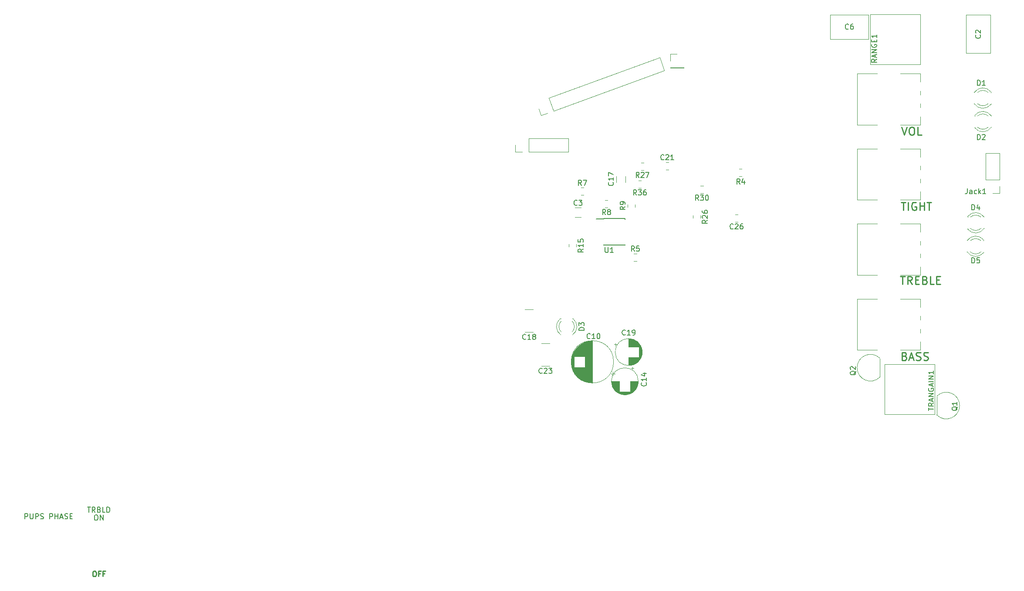
<source format=gbr>
G04 #@! TF.GenerationSoftware,KiCad,Pcbnew,(5.0.0)*
G04 #@! TF.CreationDate,2018-10-11T16:46:39-05:00*
G04 #@! TF.ProjectId,FinalDistCircuit,46696E616C4469737443697263756974,rev?*
G04 #@! TF.SameCoordinates,Original*
G04 #@! TF.FileFunction,Legend,Top*
G04 #@! TF.FilePolarity,Positive*
%FSLAX46Y46*%
G04 Gerber Fmt 4.6, Leading zero omitted, Abs format (unit mm)*
G04 Created by KiCad (PCBNEW (5.0.0)) date 10/11/18 16:46:39*
%MOMM*%
%LPD*%
G01*
G04 APERTURE LIST*
%ADD10C,0.203200*%
%ADD11C,0.228600*%
%ADD12C,0.120000*%
%ADD13C,0.150000*%
G04 APERTURE END LIST*
D10*
X61824809Y-123649619D02*
X61824809Y-122633619D01*
X62211857Y-122633619D01*
X62308619Y-122682000D01*
X62357000Y-122730380D01*
X62405380Y-122827142D01*
X62405380Y-122972285D01*
X62357000Y-123069047D01*
X62308619Y-123117428D01*
X62211857Y-123165809D01*
X61824809Y-123165809D01*
X62840809Y-122633619D02*
X62840809Y-123456095D01*
X62889190Y-123552857D01*
X62937571Y-123601238D01*
X63034333Y-123649619D01*
X63227857Y-123649619D01*
X63324619Y-123601238D01*
X63373000Y-123552857D01*
X63421380Y-123456095D01*
X63421380Y-122633619D01*
X63905190Y-123649619D02*
X63905190Y-122633619D01*
X64292238Y-122633619D01*
X64389000Y-122682000D01*
X64437380Y-122730380D01*
X64485761Y-122827142D01*
X64485761Y-122972285D01*
X64437380Y-123069047D01*
X64389000Y-123117428D01*
X64292238Y-123165809D01*
X63905190Y-123165809D01*
X64872809Y-123601238D02*
X65017952Y-123649619D01*
X65259857Y-123649619D01*
X65356619Y-123601238D01*
X65405000Y-123552857D01*
X65453380Y-123456095D01*
X65453380Y-123359333D01*
X65405000Y-123262571D01*
X65356619Y-123214190D01*
X65259857Y-123165809D01*
X65066333Y-123117428D01*
X64969571Y-123069047D01*
X64921190Y-123020666D01*
X64872809Y-122923904D01*
X64872809Y-122827142D01*
X64921190Y-122730380D01*
X64969571Y-122682000D01*
X65066333Y-122633619D01*
X65308238Y-122633619D01*
X65453380Y-122682000D01*
X66662904Y-123649619D02*
X66662904Y-122633619D01*
X67049952Y-122633619D01*
X67146714Y-122682000D01*
X67195095Y-122730380D01*
X67243476Y-122827142D01*
X67243476Y-122972285D01*
X67195095Y-123069047D01*
X67146714Y-123117428D01*
X67049952Y-123165809D01*
X66662904Y-123165809D01*
X67678904Y-123649619D02*
X67678904Y-122633619D01*
X67678904Y-123117428D02*
X68259476Y-123117428D01*
X68259476Y-123649619D02*
X68259476Y-122633619D01*
X68694904Y-123359333D02*
X69178714Y-123359333D01*
X68598142Y-123649619D02*
X68936809Y-122633619D01*
X69275476Y-123649619D01*
X69565761Y-123601238D02*
X69710904Y-123649619D01*
X69952809Y-123649619D01*
X70049571Y-123601238D01*
X70097952Y-123552857D01*
X70146333Y-123456095D01*
X70146333Y-123359333D01*
X70097952Y-123262571D01*
X70049571Y-123214190D01*
X69952809Y-123165809D01*
X69759285Y-123117428D01*
X69662523Y-123069047D01*
X69614142Y-123020666D01*
X69565761Y-122923904D01*
X69565761Y-122827142D01*
X69614142Y-122730380D01*
X69662523Y-122682000D01*
X69759285Y-122633619D01*
X70001190Y-122633619D01*
X70146333Y-122682000D01*
X70581761Y-123117428D02*
X70920428Y-123117428D01*
X71065571Y-123649619D02*
X70581761Y-123649619D01*
X70581761Y-122633619D01*
X71065571Y-122633619D01*
D11*
X75232380Y-133809619D02*
X75425904Y-133809619D01*
X75522666Y-133858000D01*
X75619428Y-133954761D01*
X75667809Y-134148285D01*
X75667809Y-134486952D01*
X75619428Y-134680476D01*
X75522666Y-134777238D01*
X75425904Y-134825619D01*
X75232380Y-134825619D01*
X75135619Y-134777238D01*
X75038857Y-134680476D01*
X74990476Y-134486952D01*
X74990476Y-134148285D01*
X75038857Y-133954761D01*
X75135619Y-133858000D01*
X75232380Y-133809619D01*
X76441904Y-134293428D02*
X76103238Y-134293428D01*
X76103238Y-134825619D02*
X76103238Y-133809619D01*
X76587047Y-133809619D01*
X77312761Y-134293428D02*
X76974095Y-134293428D01*
X76974095Y-134825619D02*
X76974095Y-133809619D01*
X77457904Y-133809619D01*
D10*
X75571047Y-122887619D02*
X75764571Y-122887619D01*
X75861333Y-122936000D01*
X75958095Y-123032761D01*
X76006476Y-123226285D01*
X76006476Y-123564952D01*
X75958095Y-123758476D01*
X75861333Y-123855238D01*
X75764571Y-123903619D01*
X75571047Y-123903619D01*
X75474285Y-123855238D01*
X75377523Y-123758476D01*
X75329142Y-123564952D01*
X75329142Y-123226285D01*
X75377523Y-123032761D01*
X75474285Y-122936000D01*
X75571047Y-122887619D01*
X76441904Y-123903619D02*
X76441904Y-122887619D01*
X77022476Y-123903619D01*
X77022476Y-122887619D01*
X73974476Y-121363619D02*
X74555047Y-121363619D01*
X74264761Y-122379619D02*
X74264761Y-121363619D01*
X75474285Y-122379619D02*
X75135619Y-121895809D01*
X74893714Y-122379619D02*
X74893714Y-121363619D01*
X75280761Y-121363619D01*
X75377523Y-121412000D01*
X75425904Y-121460380D01*
X75474285Y-121557142D01*
X75474285Y-121702285D01*
X75425904Y-121799047D01*
X75377523Y-121847428D01*
X75280761Y-121895809D01*
X74893714Y-121895809D01*
X76248380Y-121847428D02*
X76393523Y-121895809D01*
X76441904Y-121944190D01*
X76490285Y-122040952D01*
X76490285Y-122186095D01*
X76441904Y-122282857D01*
X76393523Y-122331238D01*
X76296761Y-122379619D01*
X75909714Y-122379619D01*
X75909714Y-121363619D01*
X76248380Y-121363619D01*
X76345142Y-121412000D01*
X76393523Y-121460380D01*
X76441904Y-121557142D01*
X76441904Y-121653904D01*
X76393523Y-121750666D01*
X76345142Y-121799047D01*
X76248380Y-121847428D01*
X75909714Y-121847428D01*
X77409523Y-122379619D02*
X76925714Y-122379619D01*
X76925714Y-121363619D01*
X77748190Y-122379619D02*
X77748190Y-121363619D01*
X77990095Y-121363619D01*
X78135238Y-121412000D01*
X78232000Y-121508761D01*
X78280380Y-121605523D01*
X78328761Y-121799047D01*
X78328761Y-121944190D01*
X78280380Y-122137714D01*
X78232000Y-122234476D01*
X78135238Y-122331238D01*
X77990095Y-122379619D01*
X77748190Y-122379619D01*
D12*
G04 #@! TO.C,BASS*
X223608000Y-90782000D02*
X223608000Y-80842000D01*
X235848000Y-82442000D02*
X235848000Y-80842000D01*
X235848000Y-84941000D02*
X235848000Y-84182000D01*
X235848000Y-87441000D02*
X235848000Y-86682000D01*
X235848000Y-90782000D02*
X235848000Y-89183000D01*
X227473000Y-80842000D02*
X223608000Y-80842000D01*
X235848000Y-80842000D02*
X231983000Y-80842000D01*
X227473000Y-90782000D02*
X223608000Y-90782000D01*
X235848000Y-90782000D02*
X231983000Y-90782000D01*
G04 #@! TO.C,C10*
X176245000Y-93091000D02*
G75*
G03X176245000Y-93091000I-4120000J0D01*
G01*
X172125000Y-97171000D02*
X172125000Y-89011000D01*
X172085000Y-97171000D02*
X172085000Y-89011000D01*
X172045000Y-97171000D02*
X172045000Y-89011000D01*
X172005000Y-97170000D02*
X172005000Y-89012000D01*
X171965000Y-97168000D02*
X171965000Y-89014000D01*
X171925000Y-97167000D02*
X171925000Y-89015000D01*
X171885000Y-97165000D02*
X171885000Y-89017000D01*
X171845000Y-97162000D02*
X171845000Y-89020000D01*
X171805000Y-97159000D02*
X171805000Y-89023000D01*
X171765000Y-97156000D02*
X171765000Y-89026000D01*
X171725000Y-97152000D02*
X171725000Y-89030000D01*
X171685000Y-97148000D02*
X171685000Y-89034000D01*
X171645000Y-97143000D02*
X171645000Y-89039000D01*
X171605000Y-97139000D02*
X171605000Y-89043000D01*
X171565000Y-97133000D02*
X171565000Y-89049000D01*
X171525000Y-97128000D02*
X171525000Y-89054000D01*
X171485000Y-97121000D02*
X171485000Y-89061000D01*
X171445000Y-97115000D02*
X171445000Y-89067000D01*
X171404000Y-97108000D02*
X171404000Y-89074000D01*
X171364000Y-97101000D02*
X171364000Y-89081000D01*
X171324000Y-97093000D02*
X171324000Y-89089000D01*
X171284000Y-97085000D02*
X171284000Y-89097000D01*
X171244000Y-97076000D02*
X171244000Y-89106000D01*
X171204000Y-97067000D02*
X171204000Y-89115000D01*
X171164000Y-97058000D02*
X171164000Y-89124000D01*
X171124000Y-97048000D02*
X171124000Y-89134000D01*
X171084000Y-97038000D02*
X171084000Y-89144000D01*
X171044000Y-97027000D02*
X171044000Y-89155000D01*
X171004000Y-97016000D02*
X171004000Y-89166000D01*
X170964000Y-97005000D02*
X170964000Y-89177000D01*
X170924000Y-96993000D02*
X170924000Y-89189000D01*
X170884000Y-96980000D02*
X170884000Y-89202000D01*
X170844000Y-96968000D02*
X170844000Y-89214000D01*
X170804000Y-96954000D02*
X170804000Y-89228000D01*
X170764000Y-96941000D02*
X170764000Y-89241000D01*
X170724000Y-96926000D02*
X170724000Y-89256000D01*
X170684000Y-96912000D02*
X170684000Y-89270000D01*
X170644000Y-96896000D02*
X170644000Y-94131000D01*
X170644000Y-92051000D02*
X170644000Y-89286000D01*
X170604000Y-96881000D02*
X170604000Y-94131000D01*
X170604000Y-92051000D02*
X170604000Y-89301000D01*
X170564000Y-96865000D02*
X170564000Y-94131000D01*
X170564000Y-92051000D02*
X170564000Y-89317000D01*
X170524000Y-96848000D02*
X170524000Y-94131000D01*
X170524000Y-92051000D02*
X170524000Y-89334000D01*
X170484000Y-96831000D02*
X170484000Y-94131000D01*
X170484000Y-92051000D02*
X170484000Y-89351000D01*
X170444000Y-96813000D02*
X170444000Y-94131000D01*
X170444000Y-92051000D02*
X170444000Y-89369000D01*
X170404000Y-96795000D02*
X170404000Y-94131000D01*
X170404000Y-92051000D02*
X170404000Y-89387000D01*
X170364000Y-96777000D02*
X170364000Y-94131000D01*
X170364000Y-92051000D02*
X170364000Y-89405000D01*
X170324000Y-96757000D02*
X170324000Y-94131000D01*
X170324000Y-92051000D02*
X170324000Y-89425000D01*
X170284000Y-96738000D02*
X170284000Y-94131000D01*
X170284000Y-92051000D02*
X170284000Y-89444000D01*
X170244000Y-96718000D02*
X170244000Y-94131000D01*
X170244000Y-92051000D02*
X170244000Y-89464000D01*
X170204000Y-96697000D02*
X170204000Y-94131000D01*
X170204000Y-92051000D02*
X170204000Y-89485000D01*
X170164000Y-96675000D02*
X170164000Y-94131000D01*
X170164000Y-92051000D02*
X170164000Y-89507000D01*
X170124000Y-96653000D02*
X170124000Y-94131000D01*
X170124000Y-92051000D02*
X170124000Y-89529000D01*
X170084000Y-96631000D02*
X170084000Y-94131000D01*
X170084000Y-92051000D02*
X170084000Y-89551000D01*
X170044000Y-96608000D02*
X170044000Y-94131000D01*
X170044000Y-92051000D02*
X170044000Y-89574000D01*
X170004000Y-96584000D02*
X170004000Y-94131000D01*
X170004000Y-92051000D02*
X170004000Y-89598000D01*
X169964000Y-96560000D02*
X169964000Y-94131000D01*
X169964000Y-92051000D02*
X169964000Y-89622000D01*
X169924000Y-96535000D02*
X169924000Y-94131000D01*
X169924000Y-92051000D02*
X169924000Y-89647000D01*
X169884000Y-96509000D02*
X169884000Y-94131000D01*
X169884000Y-92051000D02*
X169884000Y-89673000D01*
X169844000Y-96483000D02*
X169844000Y-94131000D01*
X169844000Y-92051000D02*
X169844000Y-89699000D01*
X169804000Y-96456000D02*
X169804000Y-94131000D01*
X169804000Y-92051000D02*
X169804000Y-89726000D01*
X169764000Y-96429000D02*
X169764000Y-94131000D01*
X169764000Y-92051000D02*
X169764000Y-89753000D01*
X169724000Y-96400000D02*
X169724000Y-94131000D01*
X169724000Y-92051000D02*
X169724000Y-89782000D01*
X169684000Y-96371000D02*
X169684000Y-94131000D01*
X169684000Y-92051000D02*
X169684000Y-89811000D01*
X169644000Y-96341000D02*
X169644000Y-94131000D01*
X169644000Y-92051000D02*
X169644000Y-89841000D01*
X169604000Y-96311000D02*
X169604000Y-94131000D01*
X169604000Y-92051000D02*
X169604000Y-89871000D01*
X169564000Y-96280000D02*
X169564000Y-94131000D01*
X169564000Y-92051000D02*
X169564000Y-89902000D01*
X169524000Y-96247000D02*
X169524000Y-94131000D01*
X169524000Y-92051000D02*
X169524000Y-89935000D01*
X169484000Y-96215000D02*
X169484000Y-94131000D01*
X169484000Y-92051000D02*
X169484000Y-89967000D01*
X169444000Y-96181000D02*
X169444000Y-94131000D01*
X169444000Y-92051000D02*
X169444000Y-90001000D01*
X169404000Y-96146000D02*
X169404000Y-94131000D01*
X169404000Y-92051000D02*
X169404000Y-90036000D01*
X169364000Y-96110000D02*
X169364000Y-94131000D01*
X169364000Y-92051000D02*
X169364000Y-90072000D01*
X169324000Y-96074000D02*
X169324000Y-94131000D01*
X169324000Y-92051000D02*
X169324000Y-90108000D01*
X169284000Y-96036000D02*
X169284000Y-94131000D01*
X169284000Y-92051000D02*
X169284000Y-90146000D01*
X169244000Y-95998000D02*
X169244000Y-94131000D01*
X169244000Y-92051000D02*
X169244000Y-90184000D01*
X169204000Y-95958000D02*
X169204000Y-94131000D01*
X169204000Y-92051000D02*
X169204000Y-90224000D01*
X169164000Y-95917000D02*
X169164000Y-94131000D01*
X169164000Y-92051000D02*
X169164000Y-90265000D01*
X169124000Y-95875000D02*
X169124000Y-94131000D01*
X169124000Y-92051000D02*
X169124000Y-90307000D01*
X169084000Y-95832000D02*
X169084000Y-94131000D01*
X169084000Y-92051000D02*
X169084000Y-90350000D01*
X169044000Y-95788000D02*
X169044000Y-94131000D01*
X169044000Y-92051000D02*
X169044000Y-90394000D01*
X169004000Y-95742000D02*
X169004000Y-94131000D01*
X169004000Y-92051000D02*
X169004000Y-90440000D01*
X168964000Y-95695000D02*
X168964000Y-94131000D01*
X168964000Y-92051000D02*
X168964000Y-90487000D01*
X168924000Y-95647000D02*
X168924000Y-94131000D01*
X168924000Y-92051000D02*
X168924000Y-90535000D01*
X168884000Y-95596000D02*
X168884000Y-94131000D01*
X168884000Y-92051000D02*
X168884000Y-90586000D01*
X168844000Y-95545000D02*
X168844000Y-94131000D01*
X168844000Y-92051000D02*
X168844000Y-90637000D01*
X168804000Y-95491000D02*
X168804000Y-94131000D01*
X168804000Y-92051000D02*
X168804000Y-90691000D01*
X168764000Y-95436000D02*
X168764000Y-94131000D01*
X168764000Y-92051000D02*
X168764000Y-90746000D01*
X168724000Y-95378000D02*
X168724000Y-94131000D01*
X168724000Y-92051000D02*
X168724000Y-90804000D01*
X168684000Y-95319000D02*
X168684000Y-94131000D01*
X168684000Y-92051000D02*
X168684000Y-90863000D01*
X168644000Y-95257000D02*
X168644000Y-94131000D01*
X168644000Y-92051000D02*
X168644000Y-90925000D01*
X168604000Y-95193000D02*
X168604000Y-94131000D01*
X168604000Y-92051000D02*
X168604000Y-90989000D01*
X168564000Y-95125000D02*
X168564000Y-91057000D01*
X168524000Y-95055000D02*
X168524000Y-91127000D01*
X168484000Y-94981000D02*
X168484000Y-91201000D01*
X168444000Y-94904000D02*
X168444000Y-91278000D01*
X168404000Y-94822000D02*
X168404000Y-91360000D01*
X168364000Y-94736000D02*
X168364000Y-91446000D01*
X168324000Y-94643000D02*
X168324000Y-91539000D01*
X168284000Y-94544000D02*
X168284000Y-91638000D01*
X168244000Y-94437000D02*
X168244000Y-91745000D01*
X168204000Y-94320000D02*
X168204000Y-91862000D01*
X168164000Y-94189000D02*
X168164000Y-91993000D01*
X168124000Y-94039000D02*
X168124000Y-92143000D01*
X168084000Y-93859000D02*
X168084000Y-92323000D01*
X168044000Y-93624000D02*
X168044000Y-92558000D01*
X176534698Y-95406000D02*
X175734698Y-95406000D01*
X176134698Y-95806000D02*
X176134698Y-95006000D01*
G04 #@! TO.C,Jack1*
X251266000Y-60258000D02*
X249936000Y-60258000D01*
X251266000Y-58928000D02*
X251266000Y-60258000D01*
X251266000Y-57658000D02*
X248606000Y-57658000D01*
X248606000Y-57658000D02*
X248606000Y-52518000D01*
X251266000Y-57658000D02*
X251266000Y-52518000D01*
X251266000Y-52518000D02*
X248606000Y-52518000D01*
G04 #@! TO.C,PickupInputs1*
X162146096Y-45138678D02*
X161691209Y-43888887D01*
X163395887Y-44683791D02*
X162146096Y-45138678D01*
X164589296Y-44249426D02*
X163679523Y-41749843D01*
X163679523Y-41749843D02*
X185217279Y-33910741D01*
X164589296Y-44249426D02*
X186127051Y-36410324D01*
X186127051Y-36410324D02*
X185217279Y-33910741D01*
G04 #@! TO.C,TRANGAIN1*
X238692000Y-93525000D02*
X238692000Y-103295000D01*
X228922000Y-93525000D02*
X228922000Y-103295000D01*
X238692000Y-93525000D02*
X228922000Y-93525000D01*
X238692000Y-103295000D02*
X228922000Y-103295000D01*
G04 #@! TO.C,3WaySwitch1*
X157166000Y-52257000D02*
X157166000Y-50927000D01*
X158496000Y-52257000D02*
X157166000Y-52257000D01*
X159766000Y-52257000D02*
X159766000Y-49597000D01*
X159766000Y-49597000D02*
X167446000Y-49597000D01*
X159766000Y-52257000D02*
X167446000Y-52257000D01*
X167446000Y-52257000D02*
X167446000Y-49597000D01*
G04 #@! TO.C,C2*
X249512000Y-25577000D02*
X249512000Y-33017000D01*
X244772000Y-25577000D02*
X244772000Y-33017000D01*
X249512000Y-25577000D02*
X244772000Y-25577000D01*
X249512000Y-33017000D02*
X244772000Y-33017000D01*
G04 #@! TO.C,C3*
X168725436Y-63098000D02*
X169929564Y-63098000D01*
X168725436Y-64918000D02*
X169929564Y-64918000D01*
G04 #@! TO.C,C6*
X225803000Y-25570000D02*
X225803000Y-30310000D01*
X218363000Y-25570000D02*
X218363000Y-30310000D01*
X218363000Y-30310000D02*
X225803000Y-30310000D01*
X218363000Y-25570000D02*
X225803000Y-25570000D01*
G04 #@! TO.C,C14*
X181055000Y-96885000D02*
G75*
G03X181055000Y-96885000I-2620000J0D01*
G01*
X177395000Y-96885000D02*
X175855000Y-96885000D01*
X181015000Y-96885000D02*
X179475000Y-96885000D01*
X177395000Y-96925000D02*
X175855000Y-96925000D01*
X181015000Y-96925000D02*
X179475000Y-96925000D01*
X181014000Y-96965000D02*
X179475000Y-96965000D01*
X177395000Y-96965000D02*
X175856000Y-96965000D01*
X181013000Y-97005000D02*
X179475000Y-97005000D01*
X177395000Y-97005000D02*
X175857000Y-97005000D01*
X181011000Y-97045000D02*
X179475000Y-97045000D01*
X177395000Y-97045000D02*
X175859000Y-97045000D01*
X181008000Y-97085000D02*
X179475000Y-97085000D01*
X177395000Y-97085000D02*
X175862000Y-97085000D01*
X181004000Y-97125000D02*
X179475000Y-97125000D01*
X177395000Y-97125000D02*
X175866000Y-97125000D01*
X181000000Y-97165000D02*
X179475000Y-97165000D01*
X177395000Y-97165000D02*
X175870000Y-97165000D01*
X180996000Y-97205000D02*
X179475000Y-97205000D01*
X177395000Y-97205000D02*
X175874000Y-97205000D01*
X180991000Y-97245000D02*
X179475000Y-97245000D01*
X177395000Y-97245000D02*
X175879000Y-97245000D01*
X180985000Y-97285000D02*
X179475000Y-97285000D01*
X177395000Y-97285000D02*
X175885000Y-97285000D01*
X180978000Y-97325000D02*
X179475000Y-97325000D01*
X177395000Y-97325000D02*
X175892000Y-97325000D01*
X180971000Y-97365000D02*
X179475000Y-97365000D01*
X177395000Y-97365000D02*
X175899000Y-97365000D01*
X180963000Y-97405000D02*
X179475000Y-97405000D01*
X177395000Y-97405000D02*
X175907000Y-97405000D01*
X180955000Y-97445000D02*
X179475000Y-97445000D01*
X177395000Y-97445000D02*
X175915000Y-97445000D01*
X180946000Y-97485000D02*
X179475000Y-97485000D01*
X177395000Y-97485000D02*
X175924000Y-97485000D01*
X180936000Y-97525000D02*
X179475000Y-97525000D01*
X177395000Y-97525000D02*
X175934000Y-97525000D01*
X180926000Y-97565000D02*
X179475000Y-97565000D01*
X177395000Y-97565000D02*
X175944000Y-97565000D01*
X180915000Y-97606000D02*
X179475000Y-97606000D01*
X177395000Y-97606000D02*
X175955000Y-97606000D01*
X180903000Y-97646000D02*
X179475000Y-97646000D01*
X177395000Y-97646000D02*
X175967000Y-97646000D01*
X180890000Y-97686000D02*
X179475000Y-97686000D01*
X177395000Y-97686000D02*
X175980000Y-97686000D01*
X180877000Y-97726000D02*
X179475000Y-97726000D01*
X177395000Y-97726000D02*
X175993000Y-97726000D01*
X180863000Y-97766000D02*
X179475000Y-97766000D01*
X177395000Y-97766000D02*
X176007000Y-97766000D01*
X180849000Y-97806000D02*
X179475000Y-97806000D01*
X177395000Y-97806000D02*
X176021000Y-97806000D01*
X180833000Y-97846000D02*
X179475000Y-97846000D01*
X177395000Y-97846000D02*
X176037000Y-97846000D01*
X180817000Y-97886000D02*
X179475000Y-97886000D01*
X177395000Y-97886000D02*
X176053000Y-97886000D01*
X180800000Y-97926000D02*
X179475000Y-97926000D01*
X177395000Y-97926000D02*
X176070000Y-97926000D01*
X180783000Y-97966000D02*
X179475000Y-97966000D01*
X177395000Y-97966000D02*
X176087000Y-97966000D01*
X180764000Y-98006000D02*
X179475000Y-98006000D01*
X177395000Y-98006000D02*
X176106000Y-98006000D01*
X180745000Y-98046000D02*
X179475000Y-98046000D01*
X177395000Y-98046000D02*
X176125000Y-98046000D01*
X180725000Y-98086000D02*
X179475000Y-98086000D01*
X177395000Y-98086000D02*
X176145000Y-98086000D01*
X180703000Y-98126000D02*
X179475000Y-98126000D01*
X177395000Y-98126000D02*
X176167000Y-98126000D01*
X180682000Y-98166000D02*
X179475000Y-98166000D01*
X177395000Y-98166000D02*
X176188000Y-98166000D01*
X180659000Y-98206000D02*
X179475000Y-98206000D01*
X177395000Y-98206000D02*
X176211000Y-98206000D01*
X180635000Y-98246000D02*
X179475000Y-98246000D01*
X177395000Y-98246000D02*
X176235000Y-98246000D01*
X180610000Y-98286000D02*
X179475000Y-98286000D01*
X177395000Y-98286000D02*
X176260000Y-98286000D01*
X180584000Y-98326000D02*
X179475000Y-98326000D01*
X177395000Y-98326000D02*
X176286000Y-98326000D01*
X180557000Y-98366000D02*
X179475000Y-98366000D01*
X177395000Y-98366000D02*
X176313000Y-98366000D01*
X180530000Y-98406000D02*
X179475000Y-98406000D01*
X177395000Y-98406000D02*
X176340000Y-98406000D01*
X180500000Y-98446000D02*
X179475000Y-98446000D01*
X177395000Y-98446000D02*
X176370000Y-98446000D01*
X180470000Y-98486000D02*
X179475000Y-98486000D01*
X177395000Y-98486000D02*
X176400000Y-98486000D01*
X180439000Y-98526000D02*
X179475000Y-98526000D01*
X177395000Y-98526000D02*
X176431000Y-98526000D01*
X180406000Y-98566000D02*
X179475000Y-98566000D01*
X177395000Y-98566000D02*
X176464000Y-98566000D01*
X180372000Y-98606000D02*
X179475000Y-98606000D01*
X177395000Y-98606000D02*
X176498000Y-98606000D01*
X180336000Y-98646000D02*
X179475000Y-98646000D01*
X177395000Y-98646000D02*
X176534000Y-98646000D01*
X180299000Y-98686000D02*
X179475000Y-98686000D01*
X177395000Y-98686000D02*
X176571000Y-98686000D01*
X180261000Y-98726000D02*
X179475000Y-98726000D01*
X177395000Y-98726000D02*
X176609000Y-98726000D01*
X180220000Y-98766000D02*
X179475000Y-98766000D01*
X177395000Y-98766000D02*
X176650000Y-98766000D01*
X180178000Y-98806000D02*
X179475000Y-98806000D01*
X177395000Y-98806000D02*
X176692000Y-98806000D01*
X180134000Y-98846000D02*
X179475000Y-98846000D01*
X177395000Y-98846000D02*
X176736000Y-98846000D01*
X180088000Y-98886000D02*
X179475000Y-98886000D01*
X177395000Y-98886000D02*
X176782000Y-98886000D01*
X180040000Y-98926000D02*
X176830000Y-98926000D01*
X179989000Y-98966000D02*
X176881000Y-98966000D01*
X179935000Y-99006000D02*
X176935000Y-99006000D01*
X179878000Y-99046000D02*
X176992000Y-99046000D01*
X179818000Y-99086000D02*
X177052000Y-99086000D01*
X179754000Y-99126000D02*
X177116000Y-99126000D01*
X179686000Y-99166000D02*
X177184000Y-99166000D01*
X179613000Y-99206000D02*
X177257000Y-99206000D01*
X179533000Y-99246000D02*
X177337000Y-99246000D01*
X179446000Y-99286000D02*
X177424000Y-99286000D01*
X179350000Y-99326000D02*
X177520000Y-99326000D01*
X179240000Y-99366000D02*
X177630000Y-99366000D01*
X179112000Y-99406000D02*
X177758000Y-99406000D01*
X178953000Y-99446000D02*
X177917000Y-99446000D01*
X178719000Y-99486000D02*
X178151000Y-99486000D01*
X179910000Y-94080225D02*
X179910000Y-94580225D01*
X180160000Y-94330225D02*
X179660000Y-94330225D01*
G04 #@! TO.C,C17*
X176763000Y-56965436D02*
X176763000Y-58169564D01*
X178583000Y-56965436D02*
X178583000Y-58169564D01*
G04 #@! TO.C,C18*
X160623369Y-82880000D02*
X159028631Y-82880000D01*
X160623369Y-87300000D02*
X159028631Y-87300000D01*
G04 #@! TO.C,C19*
X176626225Y-89461000D02*
X176626225Y-89961000D01*
X176376225Y-89711000D02*
X176876225Y-89711000D01*
X181782000Y-90902000D02*
X181782000Y-91470000D01*
X181742000Y-90668000D02*
X181742000Y-91704000D01*
X181702000Y-90509000D02*
X181702000Y-91863000D01*
X181662000Y-90381000D02*
X181662000Y-91991000D01*
X181622000Y-90271000D02*
X181622000Y-92101000D01*
X181582000Y-90175000D02*
X181582000Y-92197000D01*
X181542000Y-90088000D02*
X181542000Y-92284000D01*
X181502000Y-90008000D02*
X181502000Y-92364000D01*
X181462000Y-89935000D02*
X181462000Y-92437000D01*
X181422000Y-89867000D02*
X181422000Y-92505000D01*
X181382000Y-89803000D02*
X181382000Y-92569000D01*
X181342000Y-89743000D02*
X181342000Y-92629000D01*
X181302000Y-89686000D02*
X181302000Y-92686000D01*
X181262000Y-89632000D02*
X181262000Y-92740000D01*
X181222000Y-89581000D02*
X181222000Y-92791000D01*
X181182000Y-92226000D02*
X181182000Y-92839000D01*
X181182000Y-89533000D02*
X181182000Y-90146000D01*
X181142000Y-92226000D02*
X181142000Y-92885000D01*
X181142000Y-89487000D02*
X181142000Y-90146000D01*
X181102000Y-92226000D02*
X181102000Y-92929000D01*
X181102000Y-89443000D02*
X181102000Y-90146000D01*
X181062000Y-92226000D02*
X181062000Y-92971000D01*
X181062000Y-89401000D02*
X181062000Y-90146000D01*
X181022000Y-92226000D02*
X181022000Y-93012000D01*
X181022000Y-89360000D02*
X181022000Y-90146000D01*
X180982000Y-92226000D02*
X180982000Y-93050000D01*
X180982000Y-89322000D02*
X180982000Y-90146000D01*
X180942000Y-92226000D02*
X180942000Y-93087000D01*
X180942000Y-89285000D02*
X180942000Y-90146000D01*
X180902000Y-92226000D02*
X180902000Y-93123000D01*
X180902000Y-89249000D02*
X180902000Y-90146000D01*
X180862000Y-92226000D02*
X180862000Y-93157000D01*
X180862000Y-89215000D02*
X180862000Y-90146000D01*
X180822000Y-92226000D02*
X180822000Y-93190000D01*
X180822000Y-89182000D02*
X180822000Y-90146000D01*
X180782000Y-92226000D02*
X180782000Y-93221000D01*
X180782000Y-89151000D02*
X180782000Y-90146000D01*
X180742000Y-92226000D02*
X180742000Y-93251000D01*
X180742000Y-89121000D02*
X180742000Y-90146000D01*
X180702000Y-92226000D02*
X180702000Y-93281000D01*
X180702000Y-89091000D02*
X180702000Y-90146000D01*
X180662000Y-92226000D02*
X180662000Y-93308000D01*
X180662000Y-89064000D02*
X180662000Y-90146000D01*
X180622000Y-92226000D02*
X180622000Y-93335000D01*
X180622000Y-89037000D02*
X180622000Y-90146000D01*
X180582000Y-92226000D02*
X180582000Y-93361000D01*
X180582000Y-89011000D02*
X180582000Y-90146000D01*
X180542000Y-92226000D02*
X180542000Y-93386000D01*
X180542000Y-88986000D02*
X180542000Y-90146000D01*
X180502000Y-92226000D02*
X180502000Y-93410000D01*
X180502000Y-88962000D02*
X180502000Y-90146000D01*
X180462000Y-92226000D02*
X180462000Y-93433000D01*
X180462000Y-88939000D02*
X180462000Y-90146000D01*
X180422000Y-92226000D02*
X180422000Y-93454000D01*
X180422000Y-88918000D02*
X180422000Y-90146000D01*
X180382000Y-92226000D02*
X180382000Y-93476000D01*
X180382000Y-88896000D02*
X180382000Y-90146000D01*
X180342000Y-92226000D02*
X180342000Y-93496000D01*
X180342000Y-88876000D02*
X180342000Y-90146000D01*
X180302000Y-92226000D02*
X180302000Y-93515000D01*
X180302000Y-88857000D02*
X180302000Y-90146000D01*
X180262000Y-92226000D02*
X180262000Y-93534000D01*
X180262000Y-88838000D02*
X180262000Y-90146000D01*
X180222000Y-92226000D02*
X180222000Y-93551000D01*
X180222000Y-88821000D02*
X180222000Y-90146000D01*
X180182000Y-92226000D02*
X180182000Y-93568000D01*
X180182000Y-88804000D02*
X180182000Y-90146000D01*
X180142000Y-92226000D02*
X180142000Y-93584000D01*
X180142000Y-88788000D02*
X180142000Y-90146000D01*
X180102000Y-92226000D02*
X180102000Y-93600000D01*
X180102000Y-88772000D02*
X180102000Y-90146000D01*
X180062000Y-92226000D02*
X180062000Y-93614000D01*
X180062000Y-88758000D02*
X180062000Y-90146000D01*
X180022000Y-92226000D02*
X180022000Y-93628000D01*
X180022000Y-88744000D02*
X180022000Y-90146000D01*
X179982000Y-92226000D02*
X179982000Y-93641000D01*
X179982000Y-88731000D02*
X179982000Y-90146000D01*
X179942000Y-92226000D02*
X179942000Y-93654000D01*
X179942000Y-88718000D02*
X179942000Y-90146000D01*
X179902000Y-92226000D02*
X179902000Y-93666000D01*
X179902000Y-88706000D02*
X179902000Y-90146000D01*
X179861000Y-92226000D02*
X179861000Y-93677000D01*
X179861000Y-88695000D02*
X179861000Y-90146000D01*
X179821000Y-92226000D02*
X179821000Y-93687000D01*
X179821000Y-88685000D02*
X179821000Y-90146000D01*
X179781000Y-92226000D02*
X179781000Y-93697000D01*
X179781000Y-88675000D02*
X179781000Y-90146000D01*
X179741000Y-92226000D02*
X179741000Y-93706000D01*
X179741000Y-88666000D02*
X179741000Y-90146000D01*
X179701000Y-92226000D02*
X179701000Y-93714000D01*
X179701000Y-88658000D02*
X179701000Y-90146000D01*
X179661000Y-92226000D02*
X179661000Y-93722000D01*
X179661000Y-88650000D02*
X179661000Y-90146000D01*
X179621000Y-92226000D02*
X179621000Y-93729000D01*
X179621000Y-88643000D02*
X179621000Y-90146000D01*
X179581000Y-92226000D02*
X179581000Y-93736000D01*
X179581000Y-88636000D02*
X179581000Y-90146000D01*
X179541000Y-92226000D02*
X179541000Y-93742000D01*
X179541000Y-88630000D02*
X179541000Y-90146000D01*
X179501000Y-92226000D02*
X179501000Y-93747000D01*
X179501000Y-88625000D02*
X179501000Y-90146000D01*
X179461000Y-92226000D02*
X179461000Y-93751000D01*
X179461000Y-88621000D02*
X179461000Y-90146000D01*
X179421000Y-92226000D02*
X179421000Y-93755000D01*
X179421000Y-88617000D02*
X179421000Y-90146000D01*
X179381000Y-92226000D02*
X179381000Y-93759000D01*
X179381000Y-88613000D02*
X179381000Y-90146000D01*
X179341000Y-92226000D02*
X179341000Y-93762000D01*
X179341000Y-88610000D02*
X179341000Y-90146000D01*
X179301000Y-92226000D02*
X179301000Y-93764000D01*
X179301000Y-88608000D02*
X179301000Y-90146000D01*
X179261000Y-92226000D02*
X179261000Y-93765000D01*
X179261000Y-88607000D02*
X179261000Y-90146000D01*
X179221000Y-88606000D02*
X179221000Y-90146000D01*
X179221000Y-92226000D02*
X179221000Y-93766000D01*
X179181000Y-88606000D02*
X179181000Y-90146000D01*
X179181000Y-92226000D02*
X179181000Y-93766000D01*
X181801000Y-91186000D02*
G75*
G03X181801000Y-91186000I-2620000J0D01*
G01*
G04 #@! TO.C,C21*
X186419748Y-54281000D02*
X186942252Y-54281000D01*
X186419748Y-55701000D02*
X186942252Y-55701000D01*
G04 #@! TO.C,C23*
X163805369Y-93904000D02*
X162210631Y-93904000D01*
X163805369Y-89484000D02*
X162210631Y-89484000D01*
G04 #@! TO.C,C26*
X200413252Y-65861000D02*
X199890748Y-65861000D01*
X200413252Y-64441000D02*
X199890748Y-64441000D01*
G04 #@! TO.C,D1*
X249703335Y-45276392D02*
G75*
G03X246471000Y-45119484I-1672335J-1078608D01*
G01*
X249703335Y-47433608D02*
G75*
G02X246471000Y-47590516I-1672335J1078608D01*
G01*
X249072130Y-45275163D02*
G75*
G03X246990039Y-45275000I-1041130J-1079837D01*
G01*
X249072130Y-47434837D02*
G75*
G02X246990039Y-47435000I-1041130J1079837D01*
G01*
X246471000Y-45119000D02*
X246471000Y-45275000D01*
X246471000Y-47435000D02*
X246471000Y-47591000D01*
G04 #@! TO.C,D2*
X249591000Y-40703000D02*
X249591000Y-40547000D01*
X249591000Y-43019000D02*
X249591000Y-42863000D01*
X246989870Y-40703163D02*
G75*
G02X249071961Y-40703000I1041130J-1079837D01*
G01*
X246989870Y-42862837D02*
G75*
G03X249071961Y-42863000I1041130J1079837D01*
G01*
X246358665Y-40704392D02*
G75*
G02X249591000Y-40547484I1672335J-1078608D01*
G01*
X246358665Y-42861608D02*
G75*
G03X249591000Y-43018516I1672335J1078608D01*
G01*
G04 #@! TO.C,D3*
X168210608Y-87905335D02*
G75*
G03X168367516Y-84673000I-1078608J1672335D01*
G01*
X166053392Y-87905335D02*
G75*
G02X165896484Y-84673000I1078608J1672335D01*
G01*
X168211837Y-87274130D02*
G75*
G03X168212000Y-85192039I-1079837J1041130D01*
G01*
X166052163Y-87274130D02*
G75*
G02X166052000Y-85192039I1079837J1041130D01*
G01*
X168368000Y-84673000D02*
X168212000Y-84673000D01*
X166052000Y-84673000D02*
X165896000Y-84673000D01*
G04 #@! TO.C,D4*
X248306335Y-64961392D02*
G75*
G03X245074000Y-64804484I-1672335J-1078608D01*
G01*
X248306335Y-67118608D02*
G75*
G02X245074000Y-67275516I-1672335J1078608D01*
G01*
X247675130Y-64960163D02*
G75*
G03X245593039Y-64960000I-1041130J-1079837D01*
G01*
X247675130Y-67119837D02*
G75*
G02X245593039Y-67120000I-1041130J1079837D01*
G01*
X245074000Y-64804000D02*
X245074000Y-64960000D01*
X245074000Y-67120000D02*
X245074000Y-67276000D01*
G04 #@! TO.C,D5*
X248194000Y-69532000D02*
X248194000Y-69376000D01*
X248194000Y-71848000D02*
X248194000Y-71692000D01*
X245592870Y-69532163D02*
G75*
G02X247674961Y-69532000I1041130J-1079837D01*
G01*
X245592870Y-71691837D02*
G75*
G03X247674961Y-71692000I1041130J1079837D01*
G01*
X244961665Y-69533392D02*
G75*
G02X248194000Y-69376484I1672335J-1078608D01*
G01*
X244961665Y-71690608D02*
G75*
G03X248194000Y-71847516I1672335J1078608D01*
G01*
G04 #@! TO.C,GROUNDBRIDGE1*
X187265000Y-33214000D02*
X188595000Y-33214000D01*
X187265000Y-34544000D02*
X187265000Y-33214000D01*
X187265000Y-35814000D02*
X189925000Y-35814000D01*
X189925000Y-35814000D02*
X189925000Y-35874000D01*
X187265000Y-35814000D02*
X187265000Y-35874000D01*
X187265000Y-35874000D02*
X189925000Y-35874000D01*
G04 #@! TO.C,Q1*
X239069000Y-99800000D02*
X239069000Y-103400000D01*
X239080522Y-99761522D02*
G75*
G02X243519000Y-101600000I1838478J-1838478D01*
G01*
X239080522Y-103438478D02*
G75*
G03X243519000Y-101600000I1838478J1838478D01*
G01*
G04 #@! TO.C,Q2*
X228037000Y-96034000D02*
X228037000Y-92434000D01*
X228025478Y-96072478D02*
G75*
G02X223587000Y-94234000I-1838478J1838478D01*
G01*
X228025478Y-92395522D02*
G75*
G03X223587000Y-94234000I-1838478J-1838478D01*
G01*
G04 #@! TO.C,R4*
X200643748Y-56971000D02*
X201166252Y-56971000D01*
X200643748Y-55551000D02*
X201166252Y-55551000D01*
G04 #@! TO.C,R5*
X180205748Y-72052000D02*
X180728252Y-72052000D01*
X180205748Y-73472000D02*
X180728252Y-73472000D01*
G04 #@! TO.C,R7*
X169909748Y-59234000D02*
X170432252Y-59234000D01*
X169909748Y-60654000D02*
X170432252Y-60654000D01*
G04 #@! TO.C,R8*
X175131252Y-61647000D02*
X174608748Y-61647000D01*
X175131252Y-63067000D02*
X174608748Y-63067000D01*
G04 #@! TO.C,R9*
X180415000Y-62990252D02*
X180415000Y-62467748D01*
X178995000Y-62990252D02*
X178995000Y-62467748D01*
G04 #@! TO.C,R15*
X168985000Y-70223748D02*
X168985000Y-70746252D01*
X167565000Y-70223748D02*
X167565000Y-70746252D01*
G04 #@! TO.C,R26*
X191695000Y-64626748D02*
X191695000Y-65149252D01*
X193115000Y-64626748D02*
X193115000Y-65149252D01*
G04 #@! TO.C,R27*
X182116252Y-54408000D02*
X181593748Y-54408000D01*
X182116252Y-55828000D02*
X181593748Y-55828000D01*
G04 #@! TO.C,R30*
X193682252Y-58853000D02*
X193159748Y-58853000D01*
X193682252Y-60273000D02*
X193159748Y-60273000D01*
G04 #@! TO.C,RANGE1*
X226128000Y-25483000D02*
X235898000Y-25483000D01*
X226128000Y-35253000D02*
X235898000Y-35253000D01*
X235898000Y-35253000D02*
X235898000Y-25483000D01*
X226128000Y-35253000D02*
X226128000Y-25483000D01*
G04 #@! TO.C,TIGHT*
X223608000Y-61572000D02*
X223608000Y-51632000D01*
X235848000Y-53232000D02*
X235848000Y-51632000D01*
X235848000Y-55731000D02*
X235848000Y-54972000D01*
X235848000Y-58231000D02*
X235848000Y-57472000D01*
X235848000Y-61572000D02*
X235848000Y-59973000D01*
X227473000Y-51632000D02*
X223608000Y-51632000D01*
X235848000Y-51632000D02*
X231983000Y-51632000D01*
X227473000Y-61572000D02*
X223608000Y-61572000D01*
X235848000Y-61572000D02*
X231983000Y-61572000D01*
G04 #@! TO.C,TREBLE*
X235848000Y-76177000D02*
X231983000Y-76177000D01*
X227473000Y-76177000D02*
X223608000Y-76177000D01*
X235848000Y-66237000D02*
X231983000Y-66237000D01*
X227473000Y-66237000D02*
X223608000Y-66237000D01*
X235848000Y-76177000D02*
X235848000Y-74578000D01*
X235848000Y-72836000D02*
X235848000Y-72077000D01*
X235848000Y-70336000D02*
X235848000Y-69577000D01*
X235848000Y-67837000D02*
X235848000Y-66237000D01*
X223608000Y-76177000D02*
X223608000Y-66237000D01*
D13*
G04 #@! TO.C,U1*
X174328000Y-65293000D02*
X172928000Y-65293000D01*
X174328000Y-70393000D02*
X178478000Y-70393000D01*
X174328000Y-65243000D02*
X178478000Y-65243000D01*
X174328000Y-70393000D02*
X174328000Y-70248000D01*
X178478000Y-70393000D02*
X178478000Y-70248000D01*
X178478000Y-65243000D02*
X178478000Y-65388000D01*
X174328000Y-65243000D02*
X174328000Y-65293000D01*
D12*
G04 #@! TO.C,VOL*
X235848000Y-46967000D02*
X231983000Y-46967000D01*
X227473000Y-46967000D02*
X223608000Y-46967000D01*
X235848000Y-37027000D02*
X231983000Y-37027000D01*
X227473000Y-37027000D02*
X223608000Y-37027000D01*
X235848000Y-46967000D02*
X235848000Y-45368000D01*
X235848000Y-43626000D02*
X235848000Y-42867000D01*
X235848000Y-41126000D02*
X235848000Y-40367000D01*
X235848000Y-38627000D02*
X235848000Y-37027000D01*
X223608000Y-46967000D02*
X223608000Y-37027000D01*
G04 #@! TO.C,R36*
X181608252Y-59257000D02*
X181085748Y-59257000D01*
X181608252Y-57837000D02*
X181085748Y-57837000D01*
G04 #@! TO.C,BASS*
D11*
X232827285Y-91966142D02*
X233045000Y-92038714D01*
X233117571Y-92111285D01*
X233190142Y-92256428D01*
X233190142Y-92474142D01*
X233117571Y-92619285D01*
X233045000Y-92691857D01*
X232899857Y-92764428D01*
X232319285Y-92764428D01*
X232319285Y-91240428D01*
X232827285Y-91240428D01*
X232972428Y-91313000D01*
X233045000Y-91385571D01*
X233117571Y-91530714D01*
X233117571Y-91675857D01*
X233045000Y-91821000D01*
X232972428Y-91893571D01*
X232827285Y-91966142D01*
X232319285Y-91966142D01*
X233770714Y-92329000D02*
X234496428Y-92329000D01*
X233625571Y-92764428D02*
X234133571Y-91240428D01*
X234641571Y-92764428D01*
X235077000Y-92691857D02*
X235294714Y-92764428D01*
X235657571Y-92764428D01*
X235802714Y-92691857D01*
X235875285Y-92619285D01*
X235947857Y-92474142D01*
X235947857Y-92329000D01*
X235875285Y-92183857D01*
X235802714Y-92111285D01*
X235657571Y-92038714D01*
X235367285Y-91966142D01*
X235222142Y-91893571D01*
X235149571Y-91821000D01*
X235077000Y-91675857D01*
X235077000Y-91530714D01*
X235149571Y-91385571D01*
X235222142Y-91313000D01*
X235367285Y-91240428D01*
X235730142Y-91240428D01*
X235947857Y-91313000D01*
X236528428Y-92691857D02*
X236746142Y-92764428D01*
X237109000Y-92764428D01*
X237254142Y-92691857D01*
X237326714Y-92619285D01*
X237399285Y-92474142D01*
X237399285Y-92329000D01*
X237326714Y-92183857D01*
X237254142Y-92111285D01*
X237109000Y-92038714D01*
X236818714Y-91966142D01*
X236673571Y-91893571D01*
X236601000Y-91821000D01*
X236528428Y-91675857D01*
X236528428Y-91530714D01*
X236601000Y-91385571D01*
X236673571Y-91313000D01*
X236818714Y-91240428D01*
X237181571Y-91240428D01*
X237399285Y-91313000D01*
G04 #@! TO.C,C10*
D13*
X171696142Y-88495142D02*
X171648523Y-88542761D01*
X171505666Y-88590380D01*
X171410428Y-88590380D01*
X171267571Y-88542761D01*
X171172333Y-88447523D01*
X171124714Y-88352285D01*
X171077095Y-88161809D01*
X171077095Y-88018952D01*
X171124714Y-87828476D01*
X171172333Y-87733238D01*
X171267571Y-87638000D01*
X171410428Y-87590380D01*
X171505666Y-87590380D01*
X171648523Y-87638000D01*
X171696142Y-87685619D01*
X172648523Y-88590380D02*
X172077095Y-88590380D01*
X172362809Y-88590380D02*
X172362809Y-87590380D01*
X172267571Y-87733238D01*
X172172333Y-87828476D01*
X172077095Y-87876095D01*
X173267571Y-87590380D02*
X173362809Y-87590380D01*
X173458047Y-87638000D01*
X173505666Y-87685619D01*
X173553285Y-87780857D01*
X173600904Y-87971333D01*
X173600904Y-88209428D01*
X173553285Y-88399904D01*
X173505666Y-88495142D01*
X173458047Y-88542761D01*
X173362809Y-88590380D01*
X173267571Y-88590380D01*
X173172333Y-88542761D01*
X173124714Y-88495142D01*
X173077095Y-88399904D01*
X173029476Y-88209428D01*
X173029476Y-87971333D01*
X173077095Y-87780857D01*
X173124714Y-87685619D01*
X173172333Y-87638000D01*
X173267571Y-87590380D01*
G04 #@! TO.C,Jack1*
X245014952Y-59396380D02*
X245014952Y-60110666D01*
X244967333Y-60253523D01*
X244872095Y-60348761D01*
X244729238Y-60396380D01*
X244634000Y-60396380D01*
X245919714Y-60396380D02*
X245919714Y-59872571D01*
X245872095Y-59777333D01*
X245776857Y-59729714D01*
X245586380Y-59729714D01*
X245491142Y-59777333D01*
X245919714Y-60348761D02*
X245824476Y-60396380D01*
X245586380Y-60396380D01*
X245491142Y-60348761D01*
X245443523Y-60253523D01*
X245443523Y-60158285D01*
X245491142Y-60063047D01*
X245586380Y-60015428D01*
X245824476Y-60015428D01*
X245919714Y-59967809D01*
X246824476Y-60348761D02*
X246729238Y-60396380D01*
X246538761Y-60396380D01*
X246443523Y-60348761D01*
X246395904Y-60301142D01*
X246348285Y-60205904D01*
X246348285Y-59920190D01*
X246395904Y-59824952D01*
X246443523Y-59777333D01*
X246538761Y-59729714D01*
X246729238Y-59729714D01*
X246824476Y-59777333D01*
X247253047Y-60396380D02*
X247253047Y-59396380D01*
X247348285Y-60015428D02*
X247634000Y-60396380D01*
X247634000Y-59729714D02*
X247253047Y-60110666D01*
X248586380Y-60396380D02*
X248014952Y-60396380D01*
X248300666Y-60396380D02*
X248300666Y-59396380D01*
X248205428Y-59539238D01*
X248110190Y-59634476D01*
X248014952Y-59682095D01*
G04 #@! TO.C,TRANGAIN1*
X237450380Y-102583761D02*
X237450380Y-102012333D01*
X238450380Y-102298047D02*
X237450380Y-102298047D01*
X238450380Y-101107571D02*
X237974190Y-101440904D01*
X238450380Y-101679000D02*
X237450380Y-101679000D01*
X237450380Y-101298047D01*
X237498000Y-101202809D01*
X237545619Y-101155190D01*
X237640857Y-101107571D01*
X237783714Y-101107571D01*
X237878952Y-101155190D01*
X237926571Y-101202809D01*
X237974190Y-101298047D01*
X237974190Y-101679000D01*
X238164666Y-100726619D02*
X238164666Y-100250428D01*
X238450380Y-100821857D02*
X237450380Y-100488523D01*
X238450380Y-100155190D01*
X238450380Y-99821857D02*
X237450380Y-99821857D01*
X238450380Y-99250428D01*
X237450380Y-99250428D01*
X237498000Y-98250428D02*
X237450380Y-98345666D01*
X237450380Y-98488523D01*
X237498000Y-98631380D01*
X237593238Y-98726619D01*
X237688476Y-98774238D01*
X237878952Y-98821857D01*
X238021809Y-98821857D01*
X238212285Y-98774238D01*
X238307523Y-98726619D01*
X238402761Y-98631380D01*
X238450380Y-98488523D01*
X238450380Y-98393285D01*
X238402761Y-98250428D01*
X238355142Y-98202809D01*
X238021809Y-98202809D01*
X238021809Y-98393285D01*
X238164666Y-97821857D02*
X238164666Y-97345666D01*
X238450380Y-97917095D02*
X237450380Y-97583761D01*
X238450380Y-97250428D01*
X238450380Y-96917095D02*
X237450380Y-96917095D01*
X238450380Y-96440904D02*
X237450380Y-96440904D01*
X238450380Y-95869476D01*
X237450380Y-95869476D01*
X238450380Y-94869476D02*
X238450380Y-95440904D01*
X238450380Y-95155190D02*
X237450380Y-95155190D01*
X237593238Y-95250428D01*
X237688476Y-95345666D01*
X237736095Y-95440904D01*
G04 #@! TO.C,C2*
X247499142Y-29503666D02*
X247546761Y-29551285D01*
X247594380Y-29694142D01*
X247594380Y-29789380D01*
X247546761Y-29932238D01*
X247451523Y-30027476D01*
X247356285Y-30075095D01*
X247165809Y-30122714D01*
X247022952Y-30122714D01*
X246832476Y-30075095D01*
X246737238Y-30027476D01*
X246642000Y-29932238D01*
X246594380Y-29789380D01*
X246594380Y-29694142D01*
X246642000Y-29551285D01*
X246689619Y-29503666D01*
X246689619Y-29122714D02*
X246642000Y-29075095D01*
X246594380Y-28979857D01*
X246594380Y-28741761D01*
X246642000Y-28646523D01*
X246689619Y-28598904D01*
X246784857Y-28551285D01*
X246880095Y-28551285D01*
X247022952Y-28598904D01*
X247594380Y-29170333D01*
X247594380Y-28551285D01*
G04 #@! TO.C,C3*
X169160833Y-62545142D02*
X169113214Y-62592761D01*
X168970357Y-62640380D01*
X168875119Y-62640380D01*
X168732261Y-62592761D01*
X168637023Y-62497523D01*
X168589404Y-62402285D01*
X168541785Y-62211809D01*
X168541785Y-62068952D01*
X168589404Y-61878476D01*
X168637023Y-61783238D01*
X168732261Y-61688000D01*
X168875119Y-61640380D01*
X168970357Y-61640380D01*
X169113214Y-61688000D01*
X169160833Y-61735619D01*
X169494166Y-61640380D02*
X170113214Y-61640380D01*
X169779880Y-62021333D01*
X169922738Y-62021333D01*
X170017976Y-62068952D01*
X170065595Y-62116571D01*
X170113214Y-62211809D01*
X170113214Y-62449904D01*
X170065595Y-62545142D01*
X170017976Y-62592761D01*
X169922738Y-62640380D01*
X169637023Y-62640380D01*
X169541785Y-62592761D01*
X169494166Y-62545142D01*
G04 #@! TO.C,C6*
X221916333Y-28297142D02*
X221868714Y-28344761D01*
X221725857Y-28392380D01*
X221630619Y-28392380D01*
X221487761Y-28344761D01*
X221392523Y-28249523D01*
X221344904Y-28154285D01*
X221297285Y-27963809D01*
X221297285Y-27820952D01*
X221344904Y-27630476D01*
X221392523Y-27535238D01*
X221487761Y-27440000D01*
X221630619Y-27392380D01*
X221725857Y-27392380D01*
X221868714Y-27440000D01*
X221916333Y-27487619D01*
X222773476Y-27392380D02*
X222583000Y-27392380D01*
X222487761Y-27440000D01*
X222440142Y-27487619D01*
X222344904Y-27630476D01*
X222297285Y-27820952D01*
X222297285Y-28201904D01*
X222344904Y-28297142D01*
X222392523Y-28344761D01*
X222487761Y-28392380D01*
X222678238Y-28392380D01*
X222773476Y-28344761D01*
X222821095Y-28297142D01*
X222868714Y-28201904D01*
X222868714Y-27963809D01*
X222821095Y-27868571D01*
X222773476Y-27820952D01*
X222678238Y-27773333D01*
X222487761Y-27773333D01*
X222392523Y-27820952D01*
X222344904Y-27868571D01*
X222297285Y-27963809D01*
G04 #@! TO.C,C14*
X182542142Y-97162857D02*
X182589761Y-97210476D01*
X182637380Y-97353333D01*
X182637380Y-97448571D01*
X182589761Y-97591428D01*
X182494523Y-97686666D01*
X182399285Y-97734285D01*
X182208809Y-97781904D01*
X182065952Y-97781904D01*
X181875476Y-97734285D01*
X181780238Y-97686666D01*
X181685000Y-97591428D01*
X181637380Y-97448571D01*
X181637380Y-97353333D01*
X181685000Y-97210476D01*
X181732619Y-97162857D01*
X182637380Y-96210476D02*
X182637380Y-96781904D01*
X182637380Y-96496190D02*
X181637380Y-96496190D01*
X181780238Y-96591428D01*
X181875476Y-96686666D01*
X181923095Y-96781904D01*
X181970714Y-95353333D02*
X182637380Y-95353333D01*
X181589761Y-95591428D02*
X182304047Y-95829523D01*
X182304047Y-95210476D01*
G04 #@! TO.C,C17*
X176125142Y-58173857D02*
X176172761Y-58221476D01*
X176220380Y-58364333D01*
X176220380Y-58459571D01*
X176172761Y-58602428D01*
X176077523Y-58697666D01*
X175982285Y-58745285D01*
X175791809Y-58792904D01*
X175648952Y-58792904D01*
X175458476Y-58745285D01*
X175363238Y-58697666D01*
X175268000Y-58602428D01*
X175220380Y-58459571D01*
X175220380Y-58364333D01*
X175268000Y-58221476D01*
X175315619Y-58173857D01*
X176220380Y-57221476D02*
X176220380Y-57792904D01*
X176220380Y-57507190D02*
X175220380Y-57507190D01*
X175363238Y-57602428D01*
X175458476Y-57697666D01*
X175506095Y-57792904D01*
X175220380Y-56888142D02*
X175220380Y-56221476D01*
X176220380Y-56650047D01*
G04 #@! TO.C,C18*
X159183142Y-88627142D02*
X159135523Y-88674761D01*
X158992666Y-88722380D01*
X158897428Y-88722380D01*
X158754571Y-88674761D01*
X158659333Y-88579523D01*
X158611714Y-88484285D01*
X158564095Y-88293809D01*
X158564095Y-88150952D01*
X158611714Y-87960476D01*
X158659333Y-87865238D01*
X158754571Y-87770000D01*
X158897428Y-87722380D01*
X158992666Y-87722380D01*
X159135523Y-87770000D01*
X159183142Y-87817619D01*
X160135523Y-88722380D02*
X159564095Y-88722380D01*
X159849809Y-88722380D02*
X159849809Y-87722380D01*
X159754571Y-87865238D01*
X159659333Y-87960476D01*
X159564095Y-88008095D01*
X160706952Y-88150952D02*
X160611714Y-88103333D01*
X160564095Y-88055714D01*
X160516476Y-87960476D01*
X160516476Y-87912857D01*
X160564095Y-87817619D01*
X160611714Y-87770000D01*
X160706952Y-87722380D01*
X160897428Y-87722380D01*
X160992666Y-87770000D01*
X161040285Y-87817619D01*
X161087904Y-87912857D01*
X161087904Y-87960476D01*
X161040285Y-88055714D01*
X160992666Y-88103333D01*
X160897428Y-88150952D01*
X160706952Y-88150952D01*
X160611714Y-88198571D01*
X160564095Y-88246190D01*
X160516476Y-88341428D01*
X160516476Y-88531904D01*
X160564095Y-88627142D01*
X160611714Y-88674761D01*
X160706952Y-88722380D01*
X160897428Y-88722380D01*
X160992666Y-88674761D01*
X161040285Y-88627142D01*
X161087904Y-88531904D01*
X161087904Y-88341428D01*
X161040285Y-88246190D01*
X160992666Y-88198571D01*
X160897428Y-88150952D01*
G04 #@! TO.C,C19*
X178538142Y-87793142D02*
X178490523Y-87840761D01*
X178347666Y-87888380D01*
X178252428Y-87888380D01*
X178109571Y-87840761D01*
X178014333Y-87745523D01*
X177966714Y-87650285D01*
X177919095Y-87459809D01*
X177919095Y-87316952D01*
X177966714Y-87126476D01*
X178014333Y-87031238D01*
X178109571Y-86936000D01*
X178252428Y-86888380D01*
X178347666Y-86888380D01*
X178490523Y-86936000D01*
X178538142Y-86983619D01*
X179490523Y-87888380D02*
X178919095Y-87888380D01*
X179204809Y-87888380D02*
X179204809Y-86888380D01*
X179109571Y-87031238D01*
X179014333Y-87126476D01*
X178919095Y-87174095D01*
X179966714Y-87888380D02*
X180157190Y-87888380D01*
X180252428Y-87840761D01*
X180300047Y-87793142D01*
X180395285Y-87650285D01*
X180442904Y-87459809D01*
X180442904Y-87078857D01*
X180395285Y-86983619D01*
X180347666Y-86936000D01*
X180252428Y-86888380D01*
X180061952Y-86888380D01*
X179966714Y-86936000D01*
X179919095Y-86983619D01*
X179871476Y-87078857D01*
X179871476Y-87316952D01*
X179919095Y-87412190D01*
X179966714Y-87459809D01*
X180061952Y-87507428D01*
X180252428Y-87507428D01*
X180347666Y-87459809D01*
X180395285Y-87412190D01*
X180442904Y-87316952D01*
G04 #@! TO.C,C21*
X186038142Y-53698142D02*
X185990523Y-53745761D01*
X185847666Y-53793380D01*
X185752428Y-53793380D01*
X185609571Y-53745761D01*
X185514333Y-53650523D01*
X185466714Y-53555285D01*
X185419095Y-53364809D01*
X185419095Y-53221952D01*
X185466714Y-53031476D01*
X185514333Y-52936238D01*
X185609571Y-52841000D01*
X185752428Y-52793380D01*
X185847666Y-52793380D01*
X185990523Y-52841000D01*
X186038142Y-52888619D01*
X186419095Y-52888619D02*
X186466714Y-52841000D01*
X186561952Y-52793380D01*
X186800047Y-52793380D01*
X186895285Y-52841000D01*
X186942904Y-52888619D01*
X186990523Y-52983857D01*
X186990523Y-53079095D01*
X186942904Y-53221952D01*
X186371476Y-53793380D01*
X186990523Y-53793380D01*
X187942904Y-53793380D02*
X187371476Y-53793380D01*
X187657190Y-53793380D02*
X187657190Y-52793380D01*
X187561952Y-52936238D01*
X187466714Y-53031476D01*
X187371476Y-53079095D01*
G04 #@! TO.C,C23*
X162365142Y-95231142D02*
X162317523Y-95278761D01*
X162174666Y-95326380D01*
X162079428Y-95326380D01*
X161936571Y-95278761D01*
X161841333Y-95183523D01*
X161793714Y-95088285D01*
X161746095Y-94897809D01*
X161746095Y-94754952D01*
X161793714Y-94564476D01*
X161841333Y-94469238D01*
X161936571Y-94374000D01*
X162079428Y-94326380D01*
X162174666Y-94326380D01*
X162317523Y-94374000D01*
X162365142Y-94421619D01*
X162746095Y-94421619D02*
X162793714Y-94374000D01*
X162888952Y-94326380D01*
X163127047Y-94326380D01*
X163222285Y-94374000D01*
X163269904Y-94421619D01*
X163317523Y-94516857D01*
X163317523Y-94612095D01*
X163269904Y-94754952D01*
X162698476Y-95326380D01*
X163317523Y-95326380D01*
X163650857Y-94326380D02*
X164269904Y-94326380D01*
X163936571Y-94707333D01*
X164079428Y-94707333D01*
X164174666Y-94754952D01*
X164222285Y-94802571D01*
X164269904Y-94897809D01*
X164269904Y-95135904D01*
X164222285Y-95231142D01*
X164174666Y-95278761D01*
X164079428Y-95326380D01*
X163793714Y-95326380D01*
X163698476Y-95278761D01*
X163650857Y-95231142D01*
G04 #@! TO.C,C26*
X199509142Y-67158142D02*
X199461523Y-67205761D01*
X199318666Y-67253380D01*
X199223428Y-67253380D01*
X199080571Y-67205761D01*
X198985333Y-67110523D01*
X198937714Y-67015285D01*
X198890095Y-66824809D01*
X198890095Y-66681952D01*
X198937714Y-66491476D01*
X198985333Y-66396238D01*
X199080571Y-66301000D01*
X199223428Y-66253380D01*
X199318666Y-66253380D01*
X199461523Y-66301000D01*
X199509142Y-66348619D01*
X199890095Y-66348619D02*
X199937714Y-66301000D01*
X200032952Y-66253380D01*
X200271047Y-66253380D01*
X200366285Y-66301000D01*
X200413904Y-66348619D01*
X200461523Y-66443857D01*
X200461523Y-66539095D01*
X200413904Y-66681952D01*
X199842476Y-67253380D01*
X200461523Y-67253380D01*
X201318666Y-66253380D02*
X201128190Y-66253380D01*
X201032952Y-66301000D01*
X200985333Y-66348619D01*
X200890095Y-66491476D01*
X200842476Y-66681952D01*
X200842476Y-67062904D01*
X200890095Y-67158142D01*
X200937714Y-67205761D01*
X201032952Y-67253380D01*
X201223428Y-67253380D01*
X201318666Y-67205761D01*
X201366285Y-67158142D01*
X201413904Y-67062904D01*
X201413904Y-66824809D01*
X201366285Y-66729571D01*
X201318666Y-66681952D01*
X201223428Y-66634333D01*
X201032952Y-66634333D01*
X200937714Y-66681952D01*
X200890095Y-66729571D01*
X200842476Y-66824809D01*
G04 #@! TO.C,D1*
X246975404Y-39314380D02*
X246975404Y-38314380D01*
X247213500Y-38314380D01*
X247356357Y-38362000D01*
X247451595Y-38457238D01*
X247499214Y-38552476D01*
X247546833Y-38742952D01*
X247546833Y-38885809D01*
X247499214Y-39076285D01*
X247451595Y-39171523D01*
X247356357Y-39266761D01*
X247213500Y-39314380D01*
X246975404Y-39314380D01*
X248499214Y-39314380D02*
X247927785Y-39314380D01*
X248213500Y-39314380D02*
X248213500Y-38314380D01*
X248118261Y-38457238D01*
X248023023Y-38552476D01*
X247927785Y-38600095D01*
G04 #@! TO.C,D2*
X246975404Y-49855380D02*
X246975404Y-48855380D01*
X247213500Y-48855380D01*
X247356357Y-48903000D01*
X247451595Y-48998238D01*
X247499214Y-49093476D01*
X247546833Y-49283952D01*
X247546833Y-49426809D01*
X247499214Y-49617285D01*
X247451595Y-49712523D01*
X247356357Y-49807761D01*
X247213500Y-49855380D01*
X246975404Y-49855380D01*
X247927785Y-48950619D02*
X247975404Y-48903000D01*
X248070642Y-48855380D01*
X248308738Y-48855380D01*
X248403976Y-48903000D01*
X248451595Y-48950619D01*
X248499214Y-49045857D01*
X248499214Y-49141095D01*
X248451595Y-49283952D01*
X247880166Y-49855380D01*
X248499214Y-49855380D01*
G04 #@! TO.C,D3*
X170544380Y-86971095D02*
X169544380Y-86971095D01*
X169544380Y-86733000D01*
X169592000Y-86590142D01*
X169687238Y-86494904D01*
X169782476Y-86447285D01*
X169972952Y-86399666D01*
X170115809Y-86399666D01*
X170306285Y-86447285D01*
X170401523Y-86494904D01*
X170496761Y-86590142D01*
X170544380Y-86733000D01*
X170544380Y-86971095D01*
X169544380Y-86066333D02*
X169544380Y-85447285D01*
X169925333Y-85780619D01*
X169925333Y-85637761D01*
X169972952Y-85542523D01*
X170020571Y-85494904D01*
X170115809Y-85447285D01*
X170353904Y-85447285D01*
X170449142Y-85494904D01*
X170496761Y-85542523D01*
X170544380Y-85637761D01*
X170544380Y-85923476D01*
X170496761Y-86018714D01*
X170449142Y-86066333D01*
G04 #@! TO.C,D4*
X245895904Y-63532380D02*
X245895904Y-62532380D01*
X246134000Y-62532380D01*
X246276857Y-62580000D01*
X246372095Y-62675238D01*
X246419714Y-62770476D01*
X246467333Y-62960952D01*
X246467333Y-63103809D01*
X246419714Y-63294285D01*
X246372095Y-63389523D01*
X246276857Y-63484761D01*
X246134000Y-63532380D01*
X245895904Y-63532380D01*
X247324476Y-62865714D02*
X247324476Y-63532380D01*
X247086380Y-62484761D02*
X246848285Y-63199047D01*
X247467333Y-63199047D01*
G04 #@! TO.C,D5*
X245895904Y-73858380D02*
X245895904Y-72858380D01*
X246134000Y-72858380D01*
X246276857Y-72906000D01*
X246372095Y-73001238D01*
X246419714Y-73096476D01*
X246467333Y-73286952D01*
X246467333Y-73429809D01*
X246419714Y-73620285D01*
X246372095Y-73715523D01*
X246276857Y-73810761D01*
X246134000Y-73858380D01*
X245895904Y-73858380D01*
X247372095Y-72858380D02*
X246895904Y-72858380D01*
X246848285Y-73334571D01*
X246895904Y-73286952D01*
X246991142Y-73239333D01*
X247229238Y-73239333D01*
X247324476Y-73286952D01*
X247372095Y-73334571D01*
X247419714Y-73429809D01*
X247419714Y-73667904D01*
X247372095Y-73763142D01*
X247324476Y-73810761D01*
X247229238Y-73858380D01*
X246991142Y-73858380D01*
X246895904Y-73810761D01*
X246848285Y-73763142D01*
G04 #@! TO.C,Q1*
X243117619Y-101822238D02*
X243070000Y-101917476D01*
X242974761Y-102012714D01*
X242831904Y-102155571D01*
X242784285Y-102250809D01*
X242784285Y-102346047D01*
X243022380Y-102298428D02*
X242974761Y-102393666D01*
X242879523Y-102488904D01*
X242689047Y-102536523D01*
X242355714Y-102536523D01*
X242165238Y-102488904D01*
X242070000Y-102393666D01*
X242022380Y-102298428D01*
X242022380Y-102107952D01*
X242070000Y-102012714D01*
X242165238Y-101917476D01*
X242355714Y-101869857D01*
X242689047Y-101869857D01*
X242879523Y-101917476D01*
X242974761Y-102012714D01*
X243022380Y-102107952D01*
X243022380Y-102298428D01*
X243022380Y-100917476D02*
X243022380Y-101488904D01*
X243022380Y-101203190D02*
X242022380Y-101203190D01*
X242165238Y-101298428D01*
X242260476Y-101393666D01*
X242308095Y-101488904D01*
G04 #@! TO.C,Q2*
X223369119Y-94900738D02*
X223321500Y-94995976D01*
X223226261Y-95091214D01*
X223083404Y-95234071D01*
X223035785Y-95329309D01*
X223035785Y-95424547D01*
X223273880Y-95376928D02*
X223226261Y-95472166D01*
X223131023Y-95567404D01*
X222940547Y-95615023D01*
X222607214Y-95615023D01*
X222416738Y-95567404D01*
X222321500Y-95472166D01*
X222273880Y-95376928D01*
X222273880Y-95186452D01*
X222321500Y-95091214D01*
X222416738Y-94995976D01*
X222607214Y-94948357D01*
X222940547Y-94948357D01*
X223131023Y-94995976D01*
X223226261Y-95091214D01*
X223273880Y-95186452D01*
X223273880Y-95376928D01*
X222369119Y-94567404D02*
X222321500Y-94519785D01*
X222273880Y-94424547D01*
X222273880Y-94186452D01*
X222321500Y-94091214D01*
X222369119Y-94043595D01*
X222464357Y-93995976D01*
X222559595Y-93995976D01*
X222702452Y-94043595D01*
X223273880Y-94615023D01*
X223273880Y-93995976D01*
G04 #@! TO.C,R4*
X200810833Y-58491380D02*
X200477500Y-58015190D01*
X200239404Y-58491380D02*
X200239404Y-57491380D01*
X200620357Y-57491380D01*
X200715595Y-57539000D01*
X200763214Y-57586619D01*
X200810833Y-57681857D01*
X200810833Y-57824714D01*
X200763214Y-57919952D01*
X200715595Y-57967571D01*
X200620357Y-58015190D01*
X200239404Y-58015190D01*
X201667976Y-57824714D02*
X201667976Y-58491380D01*
X201429880Y-57443761D02*
X201191785Y-58158047D01*
X201810833Y-58158047D01*
G04 #@! TO.C,R5*
X180300333Y-71564380D02*
X179967000Y-71088190D01*
X179728904Y-71564380D02*
X179728904Y-70564380D01*
X180109857Y-70564380D01*
X180205095Y-70612000D01*
X180252714Y-70659619D01*
X180300333Y-70754857D01*
X180300333Y-70897714D01*
X180252714Y-70992952D01*
X180205095Y-71040571D01*
X180109857Y-71088190D01*
X179728904Y-71088190D01*
X181205095Y-70564380D02*
X180728904Y-70564380D01*
X180681285Y-71040571D01*
X180728904Y-70992952D01*
X180824142Y-70945333D01*
X181062238Y-70945333D01*
X181157476Y-70992952D01*
X181205095Y-71040571D01*
X181252714Y-71135809D01*
X181252714Y-71373904D01*
X181205095Y-71469142D01*
X181157476Y-71516761D01*
X181062238Y-71564380D01*
X180824142Y-71564380D01*
X180728904Y-71516761D01*
X180681285Y-71469142D01*
G04 #@! TO.C,R7*
X170004333Y-58746380D02*
X169671000Y-58270190D01*
X169432904Y-58746380D02*
X169432904Y-57746380D01*
X169813857Y-57746380D01*
X169909095Y-57794000D01*
X169956714Y-57841619D01*
X170004333Y-57936857D01*
X170004333Y-58079714D01*
X169956714Y-58174952D01*
X169909095Y-58222571D01*
X169813857Y-58270190D01*
X169432904Y-58270190D01*
X170337666Y-57746380D02*
X171004333Y-57746380D01*
X170575761Y-58746380D01*
G04 #@! TO.C,R8*
X174703333Y-64459380D02*
X174370000Y-63983190D01*
X174131904Y-64459380D02*
X174131904Y-63459380D01*
X174512857Y-63459380D01*
X174608095Y-63507000D01*
X174655714Y-63554619D01*
X174703333Y-63649857D01*
X174703333Y-63792714D01*
X174655714Y-63887952D01*
X174608095Y-63935571D01*
X174512857Y-63983190D01*
X174131904Y-63983190D01*
X175274761Y-63887952D02*
X175179523Y-63840333D01*
X175131904Y-63792714D01*
X175084285Y-63697476D01*
X175084285Y-63649857D01*
X175131904Y-63554619D01*
X175179523Y-63507000D01*
X175274761Y-63459380D01*
X175465238Y-63459380D01*
X175560476Y-63507000D01*
X175608095Y-63554619D01*
X175655714Y-63649857D01*
X175655714Y-63697476D01*
X175608095Y-63792714D01*
X175560476Y-63840333D01*
X175465238Y-63887952D01*
X175274761Y-63887952D01*
X175179523Y-63935571D01*
X175131904Y-63983190D01*
X175084285Y-64078428D01*
X175084285Y-64268904D01*
X175131904Y-64364142D01*
X175179523Y-64411761D01*
X175274761Y-64459380D01*
X175465238Y-64459380D01*
X175560476Y-64411761D01*
X175608095Y-64364142D01*
X175655714Y-64268904D01*
X175655714Y-64078428D01*
X175608095Y-63983190D01*
X175560476Y-63935571D01*
X175465238Y-63887952D01*
G04 #@! TO.C,R9*
X178507380Y-62895666D02*
X178031190Y-63229000D01*
X178507380Y-63467095D02*
X177507380Y-63467095D01*
X177507380Y-63086142D01*
X177555000Y-62990904D01*
X177602619Y-62943285D01*
X177697857Y-62895666D01*
X177840714Y-62895666D01*
X177935952Y-62943285D01*
X177983571Y-62990904D01*
X178031190Y-63086142D01*
X178031190Y-63467095D01*
X178507380Y-62419476D02*
X178507380Y-62229000D01*
X178459761Y-62133761D01*
X178412142Y-62086142D01*
X178269285Y-61990904D01*
X178078809Y-61943285D01*
X177697857Y-61943285D01*
X177602619Y-61990904D01*
X177555000Y-62038523D01*
X177507380Y-62133761D01*
X177507380Y-62324238D01*
X177555000Y-62419476D01*
X177602619Y-62467095D01*
X177697857Y-62514714D01*
X177935952Y-62514714D01*
X178031190Y-62467095D01*
X178078809Y-62419476D01*
X178126428Y-62324238D01*
X178126428Y-62133761D01*
X178078809Y-62038523D01*
X178031190Y-61990904D01*
X177935952Y-61943285D01*
G04 #@! TO.C,R15*
X170377380Y-71127857D02*
X169901190Y-71461190D01*
X170377380Y-71699285D02*
X169377380Y-71699285D01*
X169377380Y-71318333D01*
X169425000Y-71223095D01*
X169472619Y-71175476D01*
X169567857Y-71127857D01*
X169710714Y-71127857D01*
X169805952Y-71175476D01*
X169853571Y-71223095D01*
X169901190Y-71318333D01*
X169901190Y-71699285D01*
X170377380Y-70175476D02*
X170377380Y-70746904D01*
X170377380Y-70461190D02*
X169377380Y-70461190D01*
X169520238Y-70556428D01*
X169615476Y-70651666D01*
X169663095Y-70746904D01*
X169377380Y-69270714D02*
X169377380Y-69746904D01*
X169853571Y-69794523D01*
X169805952Y-69746904D01*
X169758333Y-69651666D01*
X169758333Y-69413571D01*
X169805952Y-69318333D01*
X169853571Y-69270714D01*
X169948809Y-69223095D01*
X170186904Y-69223095D01*
X170282142Y-69270714D01*
X170329761Y-69318333D01*
X170377380Y-69413571D01*
X170377380Y-69651666D01*
X170329761Y-69746904D01*
X170282142Y-69794523D01*
G04 #@! TO.C,R26*
X194507380Y-65530857D02*
X194031190Y-65864190D01*
X194507380Y-66102285D02*
X193507380Y-66102285D01*
X193507380Y-65721333D01*
X193555000Y-65626095D01*
X193602619Y-65578476D01*
X193697857Y-65530857D01*
X193840714Y-65530857D01*
X193935952Y-65578476D01*
X193983571Y-65626095D01*
X194031190Y-65721333D01*
X194031190Y-66102285D01*
X193602619Y-65149904D02*
X193555000Y-65102285D01*
X193507380Y-65007047D01*
X193507380Y-64768952D01*
X193555000Y-64673714D01*
X193602619Y-64626095D01*
X193697857Y-64578476D01*
X193793095Y-64578476D01*
X193935952Y-64626095D01*
X194507380Y-65197523D01*
X194507380Y-64578476D01*
X193507380Y-63721333D02*
X193507380Y-63911809D01*
X193555000Y-64007047D01*
X193602619Y-64054666D01*
X193745476Y-64149904D01*
X193935952Y-64197523D01*
X194316904Y-64197523D01*
X194412142Y-64149904D01*
X194459761Y-64102285D01*
X194507380Y-64007047D01*
X194507380Y-63816571D01*
X194459761Y-63721333D01*
X194412142Y-63673714D01*
X194316904Y-63626095D01*
X194078809Y-63626095D01*
X193983571Y-63673714D01*
X193935952Y-63721333D01*
X193888333Y-63816571D01*
X193888333Y-64007047D01*
X193935952Y-64102285D01*
X193983571Y-64149904D01*
X194078809Y-64197523D01*
G04 #@! TO.C,R27*
X181212142Y-57220380D02*
X180878809Y-56744190D01*
X180640714Y-57220380D02*
X180640714Y-56220380D01*
X181021666Y-56220380D01*
X181116904Y-56268000D01*
X181164523Y-56315619D01*
X181212142Y-56410857D01*
X181212142Y-56553714D01*
X181164523Y-56648952D01*
X181116904Y-56696571D01*
X181021666Y-56744190D01*
X180640714Y-56744190D01*
X181593095Y-56315619D02*
X181640714Y-56268000D01*
X181735952Y-56220380D01*
X181974047Y-56220380D01*
X182069285Y-56268000D01*
X182116904Y-56315619D01*
X182164523Y-56410857D01*
X182164523Y-56506095D01*
X182116904Y-56648952D01*
X181545476Y-57220380D01*
X182164523Y-57220380D01*
X182497857Y-56220380D02*
X183164523Y-56220380D01*
X182735952Y-57220380D01*
G04 #@! TO.C,R30*
X192778142Y-61665380D02*
X192444809Y-61189190D01*
X192206714Y-61665380D02*
X192206714Y-60665380D01*
X192587666Y-60665380D01*
X192682904Y-60713000D01*
X192730523Y-60760619D01*
X192778142Y-60855857D01*
X192778142Y-60998714D01*
X192730523Y-61093952D01*
X192682904Y-61141571D01*
X192587666Y-61189190D01*
X192206714Y-61189190D01*
X193111476Y-60665380D02*
X193730523Y-60665380D01*
X193397190Y-61046333D01*
X193540047Y-61046333D01*
X193635285Y-61093952D01*
X193682904Y-61141571D01*
X193730523Y-61236809D01*
X193730523Y-61474904D01*
X193682904Y-61570142D01*
X193635285Y-61617761D01*
X193540047Y-61665380D01*
X193254333Y-61665380D01*
X193159095Y-61617761D01*
X193111476Y-61570142D01*
X194349571Y-60665380D02*
X194444809Y-60665380D01*
X194540047Y-60713000D01*
X194587666Y-60760619D01*
X194635285Y-60855857D01*
X194682904Y-61046333D01*
X194682904Y-61284428D01*
X194635285Y-61474904D01*
X194587666Y-61570142D01*
X194540047Y-61617761D01*
X194444809Y-61665380D01*
X194349571Y-61665380D01*
X194254333Y-61617761D01*
X194206714Y-61570142D01*
X194159095Y-61474904D01*
X194111476Y-61284428D01*
X194111476Y-61046333D01*
X194159095Y-60855857D01*
X194206714Y-60760619D01*
X194254333Y-60713000D01*
X194349571Y-60665380D01*
G04 #@! TO.C,RANGE1*
X227401380Y-34202428D02*
X226925190Y-34535761D01*
X227401380Y-34773857D02*
X226401380Y-34773857D01*
X226401380Y-34392904D01*
X226449000Y-34297666D01*
X226496619Y-34250047D01*
X226591857Y-34202428D01*
X226734714Y-34202428D01*
X226829952Y-34250047D01*
X226877571Y-34297666D01*
X226925190Y-34392904D01*
X226925190Y-34773857D01*
X227115666Y-33821476D02*
X227115666Y-33345285D01*
X227401380Y-33916714D02*
X226401380Y-33583380D01*
X227401380Y-33250047D01*
X227401380Y-32916714D02*
X226401380Y-32916714D01*
X227401380Y-32345285D01*
X226401380Y-32345285D01*
X226449000Y-31345285D02*
X226401380Y-31440523D01*
X226401380Y-31583380D01*
X226449000Y-31726238D01*
X226544238Y-31821476D01*
X226639476Y-31869095D01*
X226829952Y-31916714D01*
X226972809Y-31916714D01*
X227163285Y-31869095D01*
X227258523Y-31821476D01*
X227353761Y-31726238D01*
X227401380Y-31583380D01*
X227401380Y-31488142D01*
X227353761Y-31345285D01*
X227306142Y-31297666D01*
X226972809Y-31297666D01*
X226972809Y-31488142D01*
X226877571Y-30869095D02*
X226877571Y-30535761D01*
X227401380Y-30392904D02*
X227401380Y-30869095D01*
X226401380Y-30869095D01*
X226401380Y-30392904D01*
X227401380Y-29440523D02*
X227401380Y-30011952D01*
X227401380Y-29726238D02*
X226401380Y-29726238D01*
X226544238Y-29821476D01*
X226639476Y-29916714D01*
X226687095Y-30011952D01*
G04 #@! TO.C,TIGHT*
D11*
X232137857Y-62030428D02*
X233008714Y-62030428D01*
X232573285Y-63554428D02*
X232573285Y-62030428D01*
X233516714Y-63554428D02*
X233516714Y-62030428D01*
X235040714Y-62103000D02*
X234895571Y-62030428D01*
X234677857Y-62030428D01*
X234460142Y-62103000D01*
X234315000Y-62248142D01*
X234242428Y-62393285D01*
X234169857Y-62683571D01*
X234169857Y-62901285D01*
X234242428Y-63191571D01*
X234315000Y-63336714D01*
X234460142Y-63481857D01*
X234677857Y-63554428D01*
X234823000Y-63554428D01*
X235040714Y-63481857D01*
X235113285Y-63409285D01*
X235113285Y-62901285D01*
X234823000Y-62901285D01*
X235766428Y-63554428D02*
X235766428Y-62030428D01*
X235766428Y-62756142D02*
X236637285Y-62756142D01*
X236637285Y-63554428D02*
X236637285Y-62030428D01*
X237145285Y-62030428D02*
X238016142Y-62030428D01*
X237580714Y-63554428D02*
X237580714Y-62030428D01*
G04 #@! TO.C,TREBLE*
X232010857Y-76444928D02*
X232881714Y-76444928D01*
X232446285Y-77968928D02*
X232446285Y-76444928D01*
X234260571Y-77968928D02*
X233752571Y-77243214D01*
X233389714Y-77968928D02*
X233389714Y-76444928D01*
X233970285Y-76444928D01*
X234115428Y-76517500D01*
X234188000Y-76590071D01*
X234260571Y-76735214D01*
X234260571Y-76952928D01*
X234188000Y-77098071D01*
X234115428Y-77170642D01*
X233970285Y-77243214D01*
X233389714Y-77243214D01*
X234913714Y-77170642D02*
X235421714Y-77170642D01*
X235639428Y-77968928D02*
X234913714Y-77968928D01*
X234913714Y-76444928D01*
X235639428Y-76444928D01*
X236800571Y-77170642D02*
X237018285Y-77243214D01*
X237090857Y-77315785D01*
X237163428Y-77460928D01*
X237163428Y-77678642D01*
X237090857Y-77823785D01*
X237018285Y-77896357D01*
X236873142Y-77968928D01*
X236292571Y-77968928D01*
X236292571Y-76444928D01*
X236800571Y-76444928D01*
X236945714Y-76517500D01*
X237018285Y-76590071D01*
X237090857Y-76735214D01*
X237090857Y-76880357D01*
X237018285Y-77025500D01*
X236945714Y-77098071D01*
X236800571Y-77170642D01*
X236292571Y-77170642D01*
X238542285Y-77968928D02*
X237816571Y-77968928D01*
X237816571Y-76444928D01*
X239050285Y-77170642D02*
X239558285Y-77170642D01*
X239776000Y-77968928D02*
X239050285Y-77968928D01*
X239050285Y-76444928D01*
X239776000Y-76444928D01*
G04 #@! TO.C,U1*
D13*
X174625095Y-70826380D02*
X174625095Y-71635904D01*
X174672714Y-71731142D01*
X174720333Y-71778761D01*
X174815571Y-71826380D01*
X175006047Y-71826380D01*
X175101285Y-71778761D01*
X175148904Y-71731142D01*
X175196523Y-71635904D01*
X175196523Y-70826380D01*
X176196523Y-71826380D02*
X175625095Y-71826380D01*
X175910809Y-71826380D02*
X175910809Y-70826380D01*
X175815571Y-70969238D01*
X175720333Y-71064476D01*
X175625095Y-71112095D01*
G04 #@! TO.C,VOL*
D11*
X232264857Y-47425428D02*
X232772857Y-48949428D01*
X233280857Y-47425428D01*
X234079142Y-47425428D02*
X234369428Y-47425428D01*
X234514571Y-47498000D01*
X234659714Y-47643142D01*
X234732285Y-47933428D01*
X234732285Y-48441428D01*
X234659714Y-48731714D01*
X234514571Y-48876857D01*
X234369428Y-48949428D01*
X234079142Y-48949428D01*
X233934000Y-48876857D01*
X233788857Y-48731714D01*
X233716285Y-48441428D01*
X233716285Y-47933428D01*
X233788857Y-47643142D01*
X233934000Y-47498000D01*
X234079142Y-47425428D01*
X236111142Y-48949428D02*
X235385428Y-48949428D01*
X235385428Y-47425428D01*
G04 #@! TO.C,R36*
D13*
X180704142Y-60649380D02*
X180370809Y-60173190D01*
X180132714Y-60649380D02*
X180132714Y-59649380D01*
X180513666Y-59649380D01*
X180608904Y-59697000D01*
X180656523Y-59744619D01*
X180704142Y-59839857D01*
X180704142Y-59982714D01*
X180656523Y-60077952D01*
X180608904Y-60125571D01*
X180513666Y-60173190D01*
X180132714Y-60173190D01*
X181037476Y-59649380D02*
X181656523Y-59649380D01*
X181323190Y-60030333D01*
X181466047Y-60030333D01*
X181561285Y-60077952D01*
X181608904Y-60125571D01*
X181656523Y-60220809D01*
X181656523Y-60458904D01*
X181608904Y-60554142D01*
X181561285Y-60601761D01*
X181466047Y-60649380D01*
X181180333Y-60649380D01*
X181085095Y-60601761D01*
X181037476Y-60554142D01*
X182513666Y-59649380D02*
X182323190Y-59649380D01*
X182227952Y-59697000D01*
X182180333Y-59744619D01*
X182085095Y-59887476D01*
X182037476Y-60077952D01*
X182037476Y-60458904D01*
X182085095Y-60554142D01*
X182132714Y-60601761D01*
X182227952Y-60649380D01*
X182418428Y-60649380D01*
X182513666Y-60601761D01*
X182561285Y-60554142D01*
X182608904Y-60458904D01*
X182608904Y-60220809D01*
X182561285Y-60125571D01*
X182513666Y-60077952D01*
X182418428Y-60030333D01*
X182227952Y-60030333D01*
X182132714Y-60077952D01*
X182085095Y-60125571D01*
X182037476Y-60220809D01*
G04 #@! TD*
M02*

</source>
